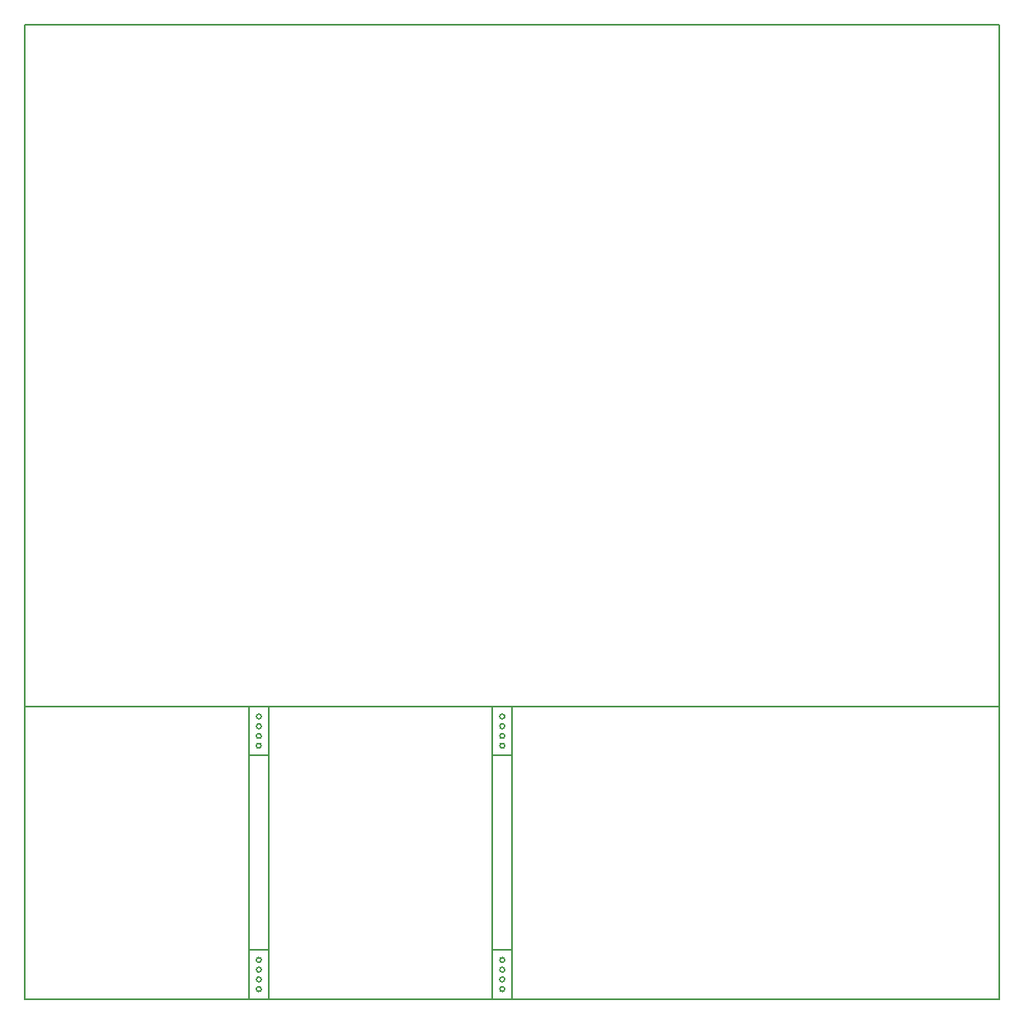
<source format=gm1>
G04 #@! TF.GenerationSoftware,KiCad,Pcbnew,(5.0.2)-1*
G04 #@! TF.CreationDate,2021-07-21T13:37:46-04:00*
G04 #@! TF.ProjectId,breakout,62726561-6b6f-4757-942e-6b696361645f,rev?*
G04 #@! TF.SameCoordinates,Original*
G04 #@! TF.FileFunction,Profile,NP*
%FSLAX46Y46*%
G04 Gerber Fmt 4.6, Leading zero omitted, Abs format (unit mm)*
G04 Created by KiCad (PCBNEW (5.0.2)-1) date 21-Jul-21 1:37:46 PM*
%MOMM*%
%LPD*%
G01*
G04 APERTURE LIST*
%ADD10C,0.150000*%
G04 APERTURE END LIST*
D10*
X119250000Y-108000000D02*
G75*
G03X119250000Y-108000000I-250000J0D01*
G01*
X119250000Y-106000000D02*
G75*
G03X119250000Y-106000000I-250000J0D01*
G01*
X119250000Y-109000000D02*
G75*
G03X119250000Y-109000000I-250000J0D01*
G01*
X119250000Y-107000000D02*
G75*
G03X119250000Y-107000000I-250000J0D01*
G01*
X143000000Y-110000000D02*
X143000000Y-130000000D01*
X145000000Y-110000000D02*
X145000000Y-130000000D01*
X145000000Y-130000000D02*
X145000000Y-135000000D01*
X144250000Y-133000000D02*
G75*
G03X144250000Y-133000000I-250000J0D01*
G01*
X144250000Y-108000000D02*
G75*
G03X144250000Y-108000000I-250000J0D01*
G01*
X144250000Y-106000000D02*
G75*
G03X144250000Y-106000000I-250000J0D01*
G01*
X144250000Y-109000000D02*
G75*
G03X144250000Y-109000000I-250000J0D01*
G01*
X144250000Y-107000000D02*
G75*
G03X144250000Y-107000000I-250000J0D01*
G01*
X145000000Y-110000000D02*
X143000000Y-110000000D01*
X145000000Y-110000000D02*
X145000000Y-105000000D01*
X144250000Y-131000000D02*
G75*
G03X144250000Y-131000000I-250000J0D01*
G01*
X143000000Y-130000000D02*
X145000000Y-130000000D01*
X143000000Y-130000000D02*
X143000000Y-135000000D01*
X143000000Y-110000000D02*
X143000000Y-105000000D01*
X144250000Y-132000000D02*
G75*
G03X144250000Y-132000000I-250000J0D01*
G01*
X144250000Y-134000000D02*
G75*
G03X144250000Y-134000000I-250000J0D01*
G01*
X120000000Y-130000000D02*
X120000000Y-135000000D01*
X120000000Y-110000000D02*
X120000000Y-130000000D01*
X118000000Y-110000000D02*
X118000000Y-130000000D01*
X118000000Y-130000000D02*
X118000000Y-135000000D01*
X118000000Y-110000000D02*
X118000000Y-105000000D01*
X120000000Y-110000000D02*
X120000000Y-105000000D01*
X119250000Y-132000000D02*
G75*
G03X119250000Y-132000000I-250000J0D01*
G01*
X119250000Y-131000000D02*
G75*
G03X119250000Y-131000000I-250000J0D01*
G01*
X119250000Y-134000000D02*
G75*
G03X119250000Y-134000000I-250000J0D01*
G01*
X119250000Y-133000000D02*
G75*
G03X119250000Y-133000000I-250000J0D01*
G01*
X120000000Y-110000000D02*
X118000000Y-110000000D01*
X118000000Y-130000000D02*
X120000000Y-130000000D01*
X95000000Y-105000000D02*
X195000000Y-105000000D01*
X195000000Y-135000000D02*
X195000000Y-105000000D01*
X95000000Y-135000000D02*
X195000000Y-135000000D01*
X95000000Y-105000000D02*
X95000000Y-135000000D01*
X195000000Y-35000000D02*
X95000000Y-35000000D01*
X195000000Y-105000000D02*
X195000000Y-35000000D01*
X95000000Y-35000000D02*
X95000000Y-105000000D01*
M02*

</source>
